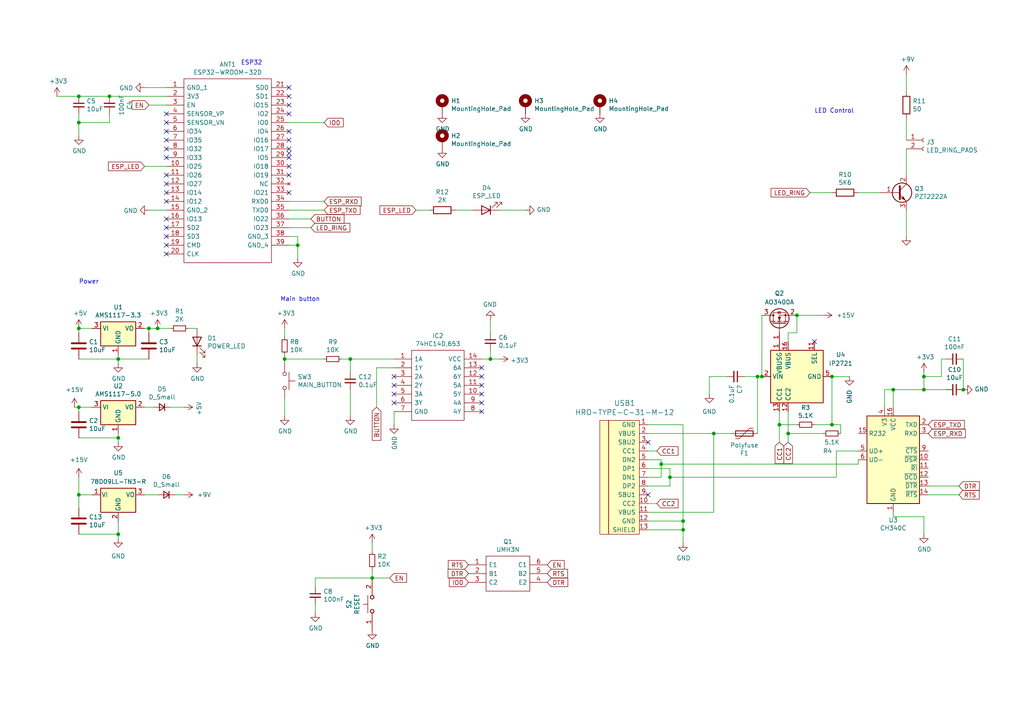
<source format=kicad_sch>
(kicad_sch (version 20230121) (generator eeschema)
  (paper "A4")
  (title_block (title "Jubilee Line Button") (rev "r4.2"))
  (lib_symbols
    (symbol "Device:C" (pin_numbers hide) (pin_names (offset 0.254))
      (property "Reference" "C" (at 0.635 2.54 0))
      (property "Value" "C" (at 0.635 -2.54 0))
      (symbol "C_1_1"
        (pin passive line (at 0 3.81 270) (length 2.794) (name "~") (number "1"))
        (pin passive line (at 0 -3.81 90) (length 2.794) (name "~") (number "2"))
      )
    )
    (symbol "Device:C_Small" (pin_numbers hide) (pin_names (offset 0.254) hide)
      (property "Reference" "C" (at 0.254 1.778 0))
      (property "Value" "C_Small" (at 0.254 -2.032 0))
      (symbol "C_Small_1_1"
        (pin passive line (at 0 2.54 270) (length 2.032) (name "~") (number "1"))
        (pin passive line (at 0 -2.54 90) (length 2.032) (name "~") (number "2"))
      )
    )
    (symbol "Device:D_Small" (pin_numbers hide) (pin_names (offset 0.254) hide)
      (property "Reference" "D" (at -1.27 2.032 0))
      (property "Value" "D_Small" (at -3.81 -2.032 0))
      (symbol "D_Small_1_1"
        (pin passive line (at -2.54 0 0) (length 1.778) (name "K") (number "1"))
        (pin passive line (at 2.54 0 180) (length 1.778) (name "A") (number "2"))
      )
    )
    (symbol "Device:LED" (pin_numbers hide) (pin_names (offset 1.016) hide)
      (property "Reference" "D" (at 0 2.54 0))
      (property "Value" "LED" (at 0 -2.54 0))
      (symbol "LED_1_1"
        (pin passive line (at -3.81 0 0) (length 2.54) (name "K") (number "1"))
        (pin passive line (at 3.81 0 180) (length 2.54) (name "A") (number "2"))
      )
    )
    (symbol "Device:Polyfuse" (pin_numbers hide) (pin_names (offset 0))
      (property "Reference" "F" (at -2.54 0 90))
      (property "Value" "Polyfuse" (at 2.54 0 90))
      (symbol "Polyfuse_1_1"
        (pin passive line (at 0 3.81 270) (length 1.27) (name "~") (number "1"))
        (pin passive line (at 0 -3.81 90) (length 1.27) (name "~") (number "2"))
      )
    )
    (symbol "Device:R" (pin_numbers hide) (pin_names (offset 0))
      (property "Reference" "R" (at 2.032 0 90))
      (property "Value" "R" (at 0 0 90))
      (symbol "R_1_1"
        (pin passive line (at 0 3.81 270) (length 1.27) (name "~") (number "1"))
        (pin passive line (at 0 -3.81 90) (length 1.27) (name "~") (number "2"))
      )
    )
    (symbol "Device:R_Small" (pin_numbers hide) (pin_names (offset 0.254) hide)
      (property "Reference" "R" (at 0.762 0.508 0))
      (property "Value" "R_Small" (at 0.762 -1.016 0))
      (symbol "R_Small_1_1"
        (pin passive line (at 0 2.54 270) (length 0.762) (name "~") (number "1"))
        (pin passive line (at 0 -2.54 90) (length 0.762) (name "~") (number "2"))
      )
    )
    (symbol "Interface_USB:IP2721"
      (property "Reference" "U" (at 5.08 -10.16 0))
      (property "Value" "IP2721" (at 7.62 -12.7 0))
      (symbol "IP2721_1_1"
        (pin output line (at 10.16 5.08 180) (length 2.54) (name "VBUSG") (number "1"))
        (pin no_connect line (at -2.54 -7.62 90) (length 2.54) hide (name "NC") (number "10"))
        (pin input line (at 10.16 -5.08 180) (length 2.54) (name "SEL") (number "11"))
        (pin bidirectional line (at -10.16 2.54 0) (length 2.54) (name "CC2") (number "12"))
        (pin bidirectional line (at -10.16 5.08 0) (length 2.54) (name "CC1") (number "13"))
        (pin no_connect line (at 2.54 -7.62 90) (length 2.54) hide (name "NC") (number "14"))
        (pin no_connect line (at 5.08 -7.62 90) (length 2.54) hide (name "NC") (number "15"))
        (pin input line (at 10.16 2.54 180) (length 2.54) (name "VBUS") (number "16"))
        (pin power_in line (at 0 10.16 270) (length 2.54) (name "VIN") (number "2"))
        (pin no_connect line (at -5.08 7.62 270) (length 2.54) hide (name "NC") (number "3"))
        (pin no_connect line (at -7.62 -2.54 0) (length 2.54) hide (name "NC") (number "4"))
        (pin power_in line (at 0 -10.16 90) (length 2.54) (name "GND") (number "5"))
        (pin no_connect line (at -2.54 7.62 270) (length 2.54) hide (name "NC") (number "6"))
        (pin no_connect line (at 2.54 7.62 270) (length 2.54) hide (name "NC") (number "7"))
        (pin no_connect line (at 5.08 7.62 270) (length 2.54) hide (name "NC") (number "8"))
        (pin no_connect line (at -5.08 -7.62 90) (length 2.54) hide (name "NC") (number "9"))
      )
    )
    (symbol "Mechanical:MountingHole_Pad" (pin_numbers hide) (pin_names (offset 1.016) hide)
      (property "Reference" "H" (at 0 6.35 0))
      (property "Value" "MountingHole_Pad" (at 0 4.445 0))
      (symbol "MountingHole_Pad_1_1"
        (pin input line (at 0 -2.54 90) (length 2.54) (name "1") (number "1"))
      )
    )
    (symbol "Regulator_Linear:AMS1117-3.3"
      (property "Reference" "U" (at -3.81 3.175 0))
      (property "Value" "AMS1117-3.3" (at 0 3.175 0))
      (symbol "AMS1117-3.3_1_1"
        (pin power_in line (at 0 -7.62 90) (length 2.54) (name "GND") (number "1"))
        (pin power_out line (at 7.62 0 180) (length 2.54) (name "VO") (number "2"))
        (pin power_in line (at -7.62 0 0) (length 2.54) (name "VI") (number "3"))
      )
    )
    (symbol "Regulator_Linear:AMS1117-5.0"
      (property "Reference" "U" (at -3.81 3.175 0))
      (property "Value" "AMS1117-5.0" (at 0 3.175 0))
      (symbol "AMS1117-5.0_1_1"
        (pin power_in line (at 0 -7.62 90) (length 2.54) (name "GND") (number "1"))
        (pin power_out line (at 7.62 0 180) (length 2.54) (name "VO") (number "2"))
        (pin power_in line (at -7.62 0 0) (length 2.54) (name "VI") (number "3"))
      )
    )
    (symbol "Regulator_Linear:LF90_TO252" (pin_names (offset 0.254))
      (property "Reference" "U" (at -3.81 3.175 0))
      (property "Value" "LF90_TO252" (at 0 3.175 0))
      (symbol "LF90_TO252_1_1"
        (pin power_in line (at -7.62 0 0) (length 2.54) (name "VI") (number "1"))
        (pin power_in line (at 0 -7.62 90) (length 2.54) (name "GND") (number "2"))
        (pin power_out line (at 7.62 0 180) (length 2.54) (name "VO") (number "3"))
      )
    )
    (symbol "Switch:SW_Push" (pin_numbers hide) (pin_names (offset 1.016) hide)
      (property "Reference" "SW" (at 1.27 2.54 0))
      (property "Value" "SW_Push" (at 0 -1.524 0))
      (symbol "SW_Push_0_1"
        (pin passive line (at -5.08 0 0) (length 2.54) (name "1") (number "1"))
        (pin passive line (at 5.08 0 180) (length 2.54) (name "2") (number "2"))
      )
    )
    (symbol "Transistor_BJT:PZT2222A" (pin_names (offset 0) hide)
      (property "Reference" "Q" (at 5.08 1.905 0))
      (property "Value" "PZT2222A" (at 5.08 0 0))
      (symbol "PZT2222A_1_1"
        (pin input line (at -5.08 0 0) (length 5.08) (name "B") (number "1"))
        (pin passive line (at 2.54 5.08 270) (length 2.54) (name "C") (number "2"))
        (pin passive line (at 2.54 -5.08 90) (length 2.54) (name "E") (number "3"))
      )
    )
    (symbol "Transistor_FET:AO3400A" (pin_names hide)
      (property "Reference" "Q" (at 5.08 1.905 0))
      (property "Value" "AO3400A" (at 5.08 0 0))
      (symbol "AO3400A_1_1"
        (pin input line (at -5.08 0 0) (length 2.54) (name "G") (number "1"))
        (pin passive line (at 2.54 -5.08 90) (length 2.54) (name "S") (number "2"))
        (pin passive line (at 2.54 5.08 270) (length 2.54) (name "D") (number "3"))
      )
    )
    (symbol "jubileev2-rescue:+3.3V-power" (power) (pin_names (offset 0))
      (property "Value" "+3.3V-power" (at 0 3.556 0))
      (symbol "+3.3V-power_1_1"
        (pin power_in line (at 0 0 90) (length 0) hide (name "+3V3") (number "1"))
      )
    )
    (symbol "jubileev2-rescue:74HC14D,653-SamacSys_Parts" (pin_names (offset 0.762))
      (property "Reference" "IC" (at 21.59 7.62 0))
      (property "Value" "SamacSys_Parts_74HC14D,653" (at 21.59 5.08 0))
      (symbol "74HC14D,653-SamacSys_Parts_0_0"
        (pin passive line (at 0 0 0) (length 5.08) (name "1A") (number "1"))
        (pin passive line (at 25.4 -10.16 180) (length 5.08) (name "5Y") (number "10"))
        (pin passive line (at 25.4 -7.62 180) (length 5.08) (name "5A") (number "11"))
        (pin passive line (at 25.4 -5.08 180) (length 5.08) (name "6Y") (number "12"))
        (pin passive line (at 25.4 -2.54 180) (length 5.08) (name "6A") (number "13"))
        (pin passive line (at 25.4 0 180) (length 5.08) (name "VCC") (number "14"))
        (pin passive line (at 0 -2.54 0) (length 5.08) (name "1Y") (number "2"))
        (pin passive line (at 0 -5.08 0) (length 5.08) (name "2A") (number "3"))
        (pin passive line (at 0 -7.62 0) (length 5.08) (name "2Y") (number "4"))
        (pin passive line (at 0 -10.16 0) (length 5.08) (name "3A") (number "5"))
        (pin passive line (at 0 -12.7 0) (length 5.08) (name "3Y") (number "6"))
        (pin passive line (at 0 -15.24 0) (length 5.08) (name "GND") (number "7"))
        (pin passive line (at 25.4 -15.24 180) (length 5.08) (name "4Y") (number "8"))
        (pin passive line (at 25.4 -12.7 180) (length 5.08) (name "4A") (number "9"))
      )
    )
    (symbol "jubileev2-rescue:CH340C-Interface_USB"
      (property "Reference" "U" (at -5.08 13.97 0))
      (property "Value" "Interface_USB_CH340C" (at 1.27 13.97 0))
      (symbol "CH340C-Interface_USB_1_1"
        (pin power_in line (at 0 -15.24 90) (length 2.54) (name "GND") (number "1"))
        (pin input line (at 10.16 0 180) (length 2.54) (name "~{DSR}") (number "10"))
        (pin input line (at 10.16 -2.54 180) (length 2.54) (name "~{RI}") (number "11"))
        (pin input line (at 10.16 -5.08 180) (length 2.54) (name "~{DCD}") (number "12"))
        (pin output line (at 10.16 -7.62 180) (length 2.54) (name "~{DTR}") (number "13"))
        (pin output line (at 10.16 -10.16 180) (length 2.54) (name "~{RTS}") (number "14"))
        (pin input line (at -10.16 7.62 0) (length 2.54) (name "R232") (number "15"))
        (pin power_in line (at 0 15.24 270) (length 2.54) (name "VCC") (number "16"))
        (pin output line (at 10.16 10.16 180) (length 2.54) (name "TXD") (number "2"))
        (pin input line (at 10.16 7.62 180) (length 2.54) (name "RXD") (number "3"))
        (pin passive line (at -2.54 15.24 270) (length 2.54) (name "V3") (number "4"))
        (pin bidirectional line (at -10.16 2.54 0) (length 2.54) (name "UD+") (number "5"))
        (pin bidirectional line (at -10.16 0 0) (length 2.54) (name "UD-") (number "6"))
        (pin no_connect line (at -7.62 -7.62 0) (length 2.54) hide (name "NC") (number "7"))
        (pin no_connect line (at -7.62 -10.16 0) (length 2.54) hide (name "NC") (number "8"))
        (pin input line (at 10.16 2.54 180) (length 2.54) (name "~{CTS}") (number "9"))
      )
    )
    (symbol "jubileev2-rescue:Conn_01x02_Female-Connector" (pin_names (offset 1.016) hide)
      (property "Reference" "J" (at 0 2.54 0))
      (property "Value" "Connector_Conn_01x02_Female" (at 0 -5.08 0))
      (symbol "Conn_01x02_Female-Connector_1_1"
        (pin passive line (at -5.08 0 0) (length 3.81) (name "Pin_1") (number "1"))
        (pin passive line (at -5.08 -2.54 0) (length 3.81) (name "Pin_2") (number "2"))
      )
    )
    (symbol "jubileev2-rescue:ESP32-WROOM-32D-SamacSys_Parts" (pin_names (offset 0.762))
      (property "Reference" "ANT" (at 31.75 7.62 0))
      (property "Value" "SamacSys_Parts_ESP32-WROOM-32D" (at 31.75 5.08 0))
      (symbol "ESP32-WROOM-32D-SamacSys_Parts_0_0"
        (pin passive line (at 0 0 0) (length 5.08) (name "GND_1") (number "1"))
        (pin passive line (at 0 -22.86 0) (length 5.08) (name "IO25") (number "10"))
        (pin passive line (at 0 -25.4 0) (length 5.08) (name "IO26") (number "11"))
        (pin passive line (at 0 -27.94 0) (length 5.08) (name "IO27") (number "12"))
        (pin passive line (at 0 -30.48 0) (length 5.08) (name "IO14") (number "13"))
        (pin passive line (at 0 -33.02 0) (length 5.08) (name "IO12") (number "14"))
        (pin passive line (at 0 -35.56 0) (length 5.08) (name "GND_2") (number "15"))
        (pin passive line (at 0 -38.1 0) (length 5.08) (name "IO13") (number "16"))
        (pin passive line (at 0 -40.64 0) (length 5.08) (name "SD2") (number "17"))
        (pin passive line (at 0 -43.18 0) (length 5.08) (name "SD3") (number "18"))
        (pin passive line (at 0 -45.72 0) (length 5.08) (name "CMD") (number "19"))
        (pin passive line (at 0 -2.54 0) (length 5.08) (name "3V3") (number "2"))
        (pin passive line (at 0 -48.26 0) (length 5.08) (name "CLK") (number "20"))
        (pin passive line (at 35.56 0 180) (length 5.08) (name "SD0") (number "21"))
        (pin passive line (at 35.56 -2.54 180) (length 5.08) (name "SD1") (number "22"))
        (pin passive line (at 35.56 -5.08 180) (length 5.08) (name "IO15") (number "23"))
        (pin passive line (at 35.56 -7.62 180) (length 5.08) (name "IO2") (number "24"))
        (pin passive line (at 35.56 -10.16 180) (length 5.08) (name "IO0") (number "25"))
        (pin passive line (at 35.56 -12.7 180) (length 5.08) (name "IO4") (number "26"))
        (pin passive line (at 35.56 -15.24 180) (length 5.08) (name "IO16") (number "27"))
        (pin passive line (at 35.56 -17.78 180) (length 5.08) (name "IO17") (number "28"))
        (pin passive line (at 35.56 -20.32 180) (length 5.08) (name "IO5") (number "29"))
        (pin passive line (at 0 -5.08 0) (length 5.08) (name "EN") (number "3"))
        (pin passive line (at 35.56 -22.86 180) (length 5.08) (name "IO18") (number "30"))
        (pin passive line (at 35.56 -25.4 180) (length 5.08) (name "IO19") (number "31"))
        (pin no_connect line (at 35.56 -27.94 180) (length 5.08) (name "NC") (number "32"))
        (pin passive line (at 35.56 -30.48 180) (length 5.08) (name "IO21") (number "33"))
        (pin passive line (at 35.56 -33.02 180) (length 5.08) (name "RXD0") (number "34"))
        (pin passive line (at 35.56 -35.56 180) (length 5.08) (name "TXD0") (number "35"))
        (pin passive line (at 35.56 -38.1 180) (length 5.08) (name "IO22") (number "36"))
        (pin passive line (at 35.56 -40.64 180) (length 5.08) (name "IO23") (number "37"))
        (pin passive line (at 35.56 -43.18 180) (length 5.08) (name "GND_3") (number "38"))
        (pin passive line (at 35.56 -45.72 180) (length 5.08) (name "GND_4") (number "39"))
        (pin passive line (at 0 -7.62 0) (length 5.08) (name "SENSOR_VP") (number "4"))
        (pin passive line (at 0 -10.16 0) (length 5.08) (name "SENSOR_VN") (number "5"))
        (pin passive line (at 0 -12.7 0) (length 5.08) (name "IO34") (number "6"))
        (pin passive line (at 0 -15.24 0) (length 5.08) (name "IO35") (number "7"))
        (pin passive line (at 0 -17.78 0) (length 5.08) (name "IO32") (number "8"))
        (pin passive line (at 0 -20.32 0) (length 5.08) (name "IO33") (number "9"))
      )
    )
    (symbol "jubileev2-rescue:FSM2JRT-SamacSys_Parts" (pin_names (offset 0.762))
      (property "Reference" "S" (at 11.43 3.81 0))
      (property "Value" "SamacSys_Parts_FSM2JRT" (at 7.62 -2.54 0))
      (symbol "FSM2JRT-SamacSys_Parts_0_0"
        (pin passive line (at 0 0 0) (length 5.08) (name "~") (number "1"))
        (pin passive line (at 15.24 0 180) (length 5.08) (name "~") (number "2"))
      )
    )
    (symbol "jubileev2-rescue:HRO-TYPE-C-31-M-12-Type-C" (pin_names (offset 1.016))
      (property "Reference" "USB" (at -5.08 16.51 0))
      (property "Value" "Type-C_HRO-TYPE-C-31-M-12" (at -10.16 -1.27 90))
      (symbol "HRO-TYPE-C-31-M-12-Type-C_1_1"
        (pin input line (at 2.54 13.97 180) (length 2.54) (name "GND") (number "1"))
        (pin input line (at 2.54 -8.89 180) (length 2.54) (name "CC2") (number "10"))
        (pin input line (at 2.54 -11.43 180) (length 2.54) (name "VBUS") (number "11"))
        (pin input line (at 2.54 -13.97 180) (length 2.54) (name "GND") (number "12"))
        (pin input line (at 2.54 -16.51 180) (length 2.54) (name "SHIELD") (number "13"))
        (pin input line (at 2.54 11.43 180) (length 2.54) (name "VBUS") (number "2"))
        (pin input line (at 2.54 8.89 180) (length 2.54) (name "SBU2") (number "3"))
        (pin input line (at 2.54 6.35 180) (length 2.54) (name "CC1") (number "4"))
        (pin input line (at 2.54 3.81 180) (length 2.54) (name "DN2") (number "5"))
        (pin input line (at 2.54 1.27 180) (length 2.54) (name "DP1") (number "6"))
        (pin input line (at 2.54 -1.27 180) (length 2.54) (name "DN1") (number "7"))
        (pin input line (at 2.54 -3.81 180) (length 2.54) (name "DP2") (number "8"))
        (pin input line (at 2.54 -6.35 180) (length 2.54) (name "SBU1") (number "9"))
      )
    )
    (symbol "jubileev2-rescue:UMH3N-SamacSys_Parts" (pin_names (offset 0.762))
      (property "Reference" "Q" (at 19.05 7.62 0))
      (property "Value" "SamacSys_Parts_UMH3N" (at 19.05 5.08 0))
      (symbol "UMH3N-SamacSys_Parts_0_0"
        (pin passive line (at 0 0 0) (length 5.08) (name "E1") (number "1"))
        (pin passive line (at 0 -2.54 0) (length 5.08) (name "B1") (number "2"))
        (pin passive line (at 0 -5.08 0) (length 5.08) (name "C2") (number "3"))
        (pin passive line (at 22.86 -5.08 180) (length 5.08) (name "E2") (number "4"))
        (pin passive line (at 22.86 -2.54 180) (length 5.08) (name "B2") (number "5"))
        (pin passive line (at 22.86 0 180) (length 5.08) (name "C1") (number "6"))
      )
    )
    (symbol "power:+15V" (power) (pin_names (offset 0))
      (property "Value" "+15V" (at 0 3.556 0))
      (symbol "+15V_1_1"
        (pin power_in line (at 0 0 90) (length 0) hide (name "+15V") (number "1"))
      )
    )
    (symbol "power:+3V3" (power) (pin_names (offset 0))
      (property "Value" "+3V3" (at 0 3.556 0))
      (symbol "+3V3_1_1"
        (pin power_in line (at 0 0 90) (length 0) hide (name "+3V3") (number "1"))
      )
    )
    (symbol "power:+5V" (power) (pin_names (offset 0))
      (property "Value" "+5V" (at 0 3.556 0))
      (symbol "+5V_1_1"
        (pin power_in line (at 0 0 90) (length 0) hide (name "+5V") (number "1"))
      )
    )
    (symbol "power:+9V" (power) (pin_names (offset 0))
      (property "Value" "+9V" (at 0 3.556 0))
      (symbol "+9V_1_1"
        (pin power_in line (at 0 0 90) (length 0) hide (name "+9V") (number "1"))
      )
    )
    (symbol "power:GND" (power) (pin_names (offset 0))
      (property "Value" "GND" (at 0 -3.81 0))
      (symbol "GND_1_1"
        (pin power_in line (at 0 0 270) (length 0) hide (name "GND") (number "1"))
      )
    )
  )
  (junction (at 22.86 95.25))
  (junction (at 34.29 104.14))
  (junction (at 43.18 95.25))
  (junction (at 22.86 143.51))
  (junction (at 142.24 104.14))
  (junction (at 107.95 167.64))
  (junction (at 220.98 109.22))
  (junction (at 267.97 113.03))
  (junction (at 194.31 138.43))
  (junction (at 34.29 127))
  (junction (at 22.86 27.94))
  (junction (at 279.4 113.03))
  (junction (at 241.3 123.19))
  (junction (at 241.3 109.22))
  (junction (at 198.12 151.13))
  (junction (at 191.77 134.62))
  (junction (at 207.01 125.73))
  (junction (at 22.86 118.11))
  (junction (at 198.12 153.67))
  (junction (at 101.6 104.14))
  (junction (at 226.06 123.19))
  (junction (at 267.97 109.22))
  (junction (at 82.55 104.14))
  (junction (at 34.29 154.94))
  (junction (at 31.75 27.94))
  (junction (at 228.6 125.73))
  (junction (at 45.72 95.25))
  (junction (at 219.71 109.22))
  (junction (at 22.86 35.56))
  (junction (at 86.36 71.12))
  (junction (at 231.14 91.44))
  (junction (at 259.08 113.03))
  (no_connect (at 114.3 109.22))
  (no_connect (at 83.82 38.1))
  (no_connect (at 83.82 45.72))
  (no_connect (at 114.3 111.76))
  (no_connect (at 187.96 143.51))
  (no_connect (at 139.7 109.22))
  (no_connect (at 83.82 33.02))
  (no_connect (at 139.7 114.3))
  (no_connect (at 83.82 55.88))
  (no_connect (at 48.26 53.34))
  (no_connect (at 48.26 66.04))
  (no_connect (at 48.26 40.64))
  (no_connect (at 48.26 33.02))
  (no_connect (at 114.3 114.3))
  (no_connect (at 83.82 27.94))
  (no_connect (at 187.96 128.27))
  (no_connect (at 139.7 111.76))
  (no_connect (at 48.26 63.5))
  (no_connect (at 48.26 71.12))
  (no_connect (at 48.26 58.42))
  (no_connect (at 48.26 73.66))
  (no_connect (at 83.82 44.45))
  (no_connect (at 83.82 48.26))
  (no_connect (at 236.22 99.06))
  (no_connect (at 139.7 119.38))
  (no_connect (at 83.82 50.8))
  (no_connect (at 114.3 116.84))
  (no_connect (at 83.82 40.64))
  (no_connect (at 48.26 38.1))
  (no_connect (at 139.7 116.84))
  (no_connect (at 48.26 50.8))
  (no_connect (at 83.82 25.4))
  (no_connect (at 48.26 43.18))
  (no_connect (at 48.26 45.72))
  (no_connect (at 83.82 30.48))
  (no_connect (at 48.26 35.56))
  (no_connect (at 139.7 106.68))
  (no_connect (at 48.26 68.58))
  (no_connect (at 48.26 55.88))
  (no_connect (at 83.82 43.18))
  (wire (pts (xy 82.55 102.87) (xy 82.55 104.14)))
  (wire (pts (xy 267.97 149.86) (xy 267.97 154.94)))
  (wire (pts (xy 262.89 43.18) (xy 262.89 50.8)))
  (wire (pts (xy 31.75 27.94) (xy 48.26 27.94)))
  (wire (pts (xy 109.22 106.68) (xy 109.22 118.11)))
  (wire (pts (xy 22.86 147.32) (xy 22.86 143.51)))
  (wire (pts (xy 194.31 135.89) (xy 194.31 138.43)))
  (wire (pts (xy 228.6 125.73) (xy 228.6 119.38)))
  (wire (pts (xy 142.24 104.14) (xy 144.78 104.14)))
  (wire (pts (xy 34.29 102.87) (xy 34.29 104.14)))
  (wire (pts (xy 226.06 123.19) (xy 231.14 123.19)))
  (wire (pts (xy 259.08 149.86) (xy 267.97 149.86)))
  (wire (pts (xy 269.24 143.51) (xy 278.13 143.51)))
  (wire (pts (xy 269.24 140.97) (xy 278.13 140.97)))
  (wire (pts (xy 191.77 133.35) (xy 191.77 134.62)))
  (wire (pts (xy 34.29 151.13) (xy 34.29 154.94)))
  (wire (pts (xy 256.54 113.03) (xy 259.08 113.03)))
  (wire (pts (xy 273.05 109.22) (xy 273.05 104.14)))
  (wire (pts (xy 279.4 104.14) (xy 279.4 113.03)))
  (wire (pts (xy 83.82 66.04) (xy 90.17 66.04)))
  (wire (pts (xy 22.86 119.38) (xy 22.86 118.11)))
  (wire (pts (xy 187.96 125.73) (xy 207.01 125.73)))
  (wire (pts (xy 194.31 140.97) (xy 187.96 140.97)))
  (wire (pts (xy 34.29 154.94) (xy 34.29 156.21)))
  (wire (pts (xy 43.18 104.14) (xy 34.29 104.14)))
  (wire (pts (xy 231.14 91.44) (xy 238.76 91.44)))
  (wire (pts (xy 86.36 68.58) (xy 86.36 71.12)))
  (wire (pts (xy 219.71 125.73) (xy 219.71 109.22)))
  (wire (pts (xy 259.08 113.03) (xy 267.97 113.03)))
  (wire (pts (xy 198.12 151.13) (xy 198.12 153.67)))
  (wire (pts (xy 91.44 175.26) (xy 91.44 177.8)))
  (wire (pts (xy 236.22 123.19) (xy 241.3 123.19)))
  (wire (pts (xy 83.82 58.42) (xy 93.98 58.42)))
  (wire (pts (xy 228.6 125.73) (xy 238.76 125.73)))
  (wire (pts (xy 187.96 148.59) (xy 207.01 148.59)))
  (wire (pts (xy 198.12 123.19) (xy 198.12 151.13)))
  (wire (pts (xy 262.89 60.96) (xy 262.89 68.58)))
  (wire (pts (xy 262.89 40.64) (xy 262.89 34.29)))
  (wire (pts (xy 50.8 143.51) (xy 53.34 143.51)))
  (wire (pts (xy 41.91 25.4) (xy 48.26 25.4)))
  (wire (pts (xy 22.86 27.94) (xy 31.75 27.94)))
  (wire (pts (xy 22.86 138.43) (xy 22.86 143.51)))
  (wire (pts (xy 93.98 104.14) (xy 82.55 104.14)))
  (wire (pts (xy 34.29 125.73) (xy 34.29 127)))
  (wire (pts (xy 22.86 154.94) (xy 34.29 154.94)))
  (wire (pts (xy 187.96 123.19) (xy 198.12 123.19)))
  (wire (pts (xy 243.84 123.19) (xy 241.3 123.19)))
  (wire (pts (xy 187.96 130.81) (xy 190.5 130.81)))
  (wire (pts (xy 114.3 123.19) (xy 114.3 119.38)))
  (wire (pts (xy 198.12 153.67) (xy 198.12 157.48)))
  (wire (pts (xy 91.44 167.64) (xy 107.95 167.64)))
  (wire (pts (xy 194.31 138.43) (xy 242.57 138.43)))
  (wire (pts (xy 207.01 125.73) (xy 207.01 148.59)))
  (wire (pts (xy 22.86 95.25) (xy 26.67 95.25)))
  (wire (pts (xy 256.54 118.11) (xy 256.54 113.03)))
  (wire (pts (xy 83.82 63.5) (xy 90.17 63.5)))
  (wire (pts (xy 267.97 109.22) (xy 273.05 109.22)))
  (wire (pts (xy 187.96 146.05) (xy 190.5 146.05)))
  (wire (pts (xy 215.9 109.22) (xy 219.71 109.22)))
  (wire (pts (xy 194.31 138.43) (xy 194.31 140.97)))
  (wire (pts (xy 187.96 138.43) (xy 191.77 138.43)))
  (wire (pts (xy 43.18 95.25) (xy 45.72 95.25)))
  (wire (pts (xy 191.77 134.62) (xy 248.92 134.62)))
  (wire (pts (xy 228.6 99.06) (xy 228.6 96.52)))
  (wire (pts (xy 207.01 125.73) (xy 212.09 125.73)))
  (wire (pts (xy 82.55 104.14) (xy 82.55 105.41)))
  (wire (pts (xy 226.06 128.27) (xy 226.06 123.19)))
  (wire (pts (xy 220.98 91.44) (xy 220.98 109.22)))
  (wire (pts (xy 241.3 123.19) (xy 241.3 109.22)))
  (wire (pts (xy 231.14 96.52) (xy 231.14 91.44)))
  (wire (pts (xy 21.59 118.11) (xy 22.86 118.11)))
  (wire (pts (xy 191.77 133.35) (xy 187.96 133.35)))
  (wire (pts (xy 187.96 135.89) (xy 194.31 135.89)))
  (wire (pts (xy 82.55 97.79) (xy 82.55 95.25)))
  (wire (pts (xy 22.86 95.25) (xy 22.86 96.52)))
  (wire (pts (xy 22.86 143.51) (xy 26.67 143.51)))
  (wire (pts (xy 187.96 151.13) (xy 198.12 151.13)))
  (wire (pts (xy 49.53 118.11) (xy 53.34 118.11)))
  (wire (pts (xy 142.24 96.52) (xy 142.24 92.71)))
  (wire (pts (xy 31.75 35.56) (xy 22.86 35.56)))
  (wire (pts (xy 187.96 153.67) (xy 198.12 153.67)))
  (wire (pts (xy 43.18 60.96) (xy 48.26 60.96)))
  (wire (pts (xy 45.72 95.25) (xy 49.53 95.25)))
  (wire (pts (xy 144.78 60.96) (xy 152.4 60.96)))
  (wire (pts (xy 43.18 96.52) (xy 43.18 95.25)))
  (wire (pts (xy 248.92 55.88) (xy 255.27 55.88)))
  (wire (pts (xy 259.08 118.11) (xy 259.08 113.03)))
  (wire (pts (xy 22.86 127) (xy 34.29 127)))
  (wire (pts (xy 273.05 104.14) (xy 274.32 104.14)))
  (wire (pts (xy 205.74 114.3) (xy 205.74 109.22)))
  (wire (pts (xy 267.97 113.03) (xy 274.32 113.03)))
  (wire (pts (xy 83.82 35.56) (xy 93.98 35.56)))
  (wire (pts (xy 54.61 95.25) (xy 57.15 95.25)))
  (wire (pts (xy 48.26 48.26) (xy 41.91 48.26)))
  (wire (pts (xy 22.86 33.02) (xy 22.86 35.56)))
  (wire (pts (xy 22.86 35.56) (xy 22.86 39.37)))
  (wire (pts (xy 242.57 138.43) (xy 242.57 130.81)))
  (wire (pts (xy 205.74 109.22) (xy 210.82 109.22)))
  (wire (pts (xy 246.38 109.22) (xy 241.3 109.22)))
  (wire (pts (xy 22.86 118.11) (xy 26.67 118.11)))
  (wire (pts (xy 226.06 123.19) (xy 226.06 119.38)))
  (wire (pts (xy 114.3 106.68) (xy 109.22 106.68)))
  (wire (pts (xy 113.03 167.64) (xy 107.95 167.64)))
  (wire (pts (xy 99.06 104.14) (xy 101.6 104.14)))
  (wire (pts (xy 267.97 113.03) (xy 267.97 109.22)))
  (wire (pts (xy 41.91 95.25) (xy 43.18 95.25)))
  (wire (pts (xy 57.15 102.87) (xy 57.15 105.41)))
  (wire (pts (xy 107.95 165.1) (xy 107.95 167.64)))
  (wire (pts (xy 43.18 30.48) (xy 48.26 30.48)))
  (wire (pts (xy 83.82 68.58) (xy 86.36 68.58)))
  (wire (pts (xy 41.91 143.51) (xy 45.72 143.51)))
  (wire (pts (xy 107.95 160.02) (xy 107.95 157.48)))
  (wire (pts (xy 228.6 96.52) (xy 231.14 96.52)))
  (wire (pts (xy 243.84 125.73) (xy 243.84 123.19)))
  (wire (pts (xy 16.51 27.94) (xy 22.86 27.94)))
  (wire (pts (xy 267.97 109.22) (xy 267.97 107.95)))
  (wire (pts (xy 139.7 104.14) (xy 142.24 104.14)))
  (wire (pts (xy 91.44 170.18) (xy 91.44 167.64)))
  (wire (pts (xy 101.6 104.14) (xy 101.6 107.95)))
  (wire (pts (xy 262.89 21.59) (xy 262.89 26.67)))
  (wire (pts (xy 101.6 104.14) (xy 114.3 104.14)))
  (wire (pts (xy 228.6 128.27) (xy 228.6 125.73)))
  (wire (pts (xy 101.6 113.03) (xy 101.6 120.65)))
  (wire (pts (xy 120.65 60.96) (xy 124.46 60.96)))
  (wire (pts (xy 83.82 60.96) (xy 93.98 60.96)))
  (wire (pts (xy 191.77 134.62) (xy 191.77 138.43)))
  (wire (pts (xy 132.08 60.96) (xy 137.16 60.96)))
  (wire (pts (xy 219.71 109.22) (xy 220.98 109.22)))
  (wire (pts (xy 248.92 134.62) (xy 248.92 133.35)))
  (wire (pts (xy 34.29 104.14) (xy 34.29 105.41)))
  (wire (pts (xy 41.91 118.11) (xy 44.45 118.11)))
  (wire (pts (xy 86.36 71.12) (xy 86.36 74.93)))
  (wire (pts (xy 234.95 55.88) (xy 241.3 55.88)))
  (wire (pts (xy 259.08 148.59) (xy 259.08 149.86)))
  (wire (pts (xy 242.57 130.81) (xy 248.92 130.81)))
  (wire (pts (xy 34.29 127) (xy 34.29 128.27)))
  (wire (pts (xy 22.86 104.14) (xy 34.29 104.14)))
  (wire (pts (xy 82.55 115.57) (xy 82.55 120.65)))
  (wire (pts (xy 31.75 33.02) (xy 31.75 35.56)))
  (wire (pts (xy 83.82 71.12) (xy 86.36 71.12)))
  (wire (pts (xy 142.24 101.6) (xy 142.24 104.14)))
  (text "Main button" (at 81.28 87.63 0) (effects (font (size 1.27 1.27)) (justify left bottom)))
  (text "ESP32" (at 69.85 19.05 0) (effects (font (size 1.27 1.27)) (justify left bottom)))
  (text "Power\n" (at 22.86 82.55 0) (effects (font (size 1.27 1.27)) (justify left bottom)))
  (text "LED Control" (at 236.22 33.02 0) (effects (font (size 1.27 1.27)) (justify left bottom)))
  (global_label "EN" (shape input) (at 113.03 167.64 0) (property "Intersheetrefs" "${INTERSHEET_REFS}" (effects hide)))
  (global_label "DTR" (shape input) (at 278.13 140.97 0) (property "Intersheetrefs" "${INTERSHEET_REFS}" (effects hide)))
  (global_label "EN" (shape input) (at 43.18 30.48 180) (property "Intersheetrefs" "${INTERSHEET_REFS}" (effects hide)))
  (global_label "CC1" (shape input) (at 226.06 128.27 270) (property "Intersheetrefs" "${INTERSHEET_REFS}" (effects hide)))
  (global_label "RTS" (shape input) (at 278.13 143.51 0) (property "Intersheetrefs" "${INTERSHEET_REFS}" (effects hide)))
  (global_label "IO0" (shape input) (at 93.98 35.56 0) (property "Intersheetrefs" "${INTERSHEET_REFS}" (effects hide)))
  (global_label "IO0" (shape input) (at 135.89 168.91 180) (property "Intersheetrefs" "${INTERSHEET_REFS}" (effects hide)))
  (global_label "LED_RING" (shape input) (at 234.95 55.88 180) (property "Intersheetrefs" "${INTERSHEET_REFS}" (effects hide)))
  (global_label "ESP_RXD" (shape input) (at 269.24 125.73 0) (property "Intersheetrefs" "${INTERSHEET_REFS}" (effects hide)))
  (global_label "CC1" (shape input) (at 190.5 130.81 0) (property "Intersheetrefs" "${INTERSHEET_REFS}" (effects hide)))
  (global_label "RTS" (shape input) (at 158.75 166.37 0) (property "Intersheetrefs" "${INTERSHEET_REFS}" (effects hide)))
  (global_label "CC2" (shape input) (at 190.5 146.05 0) (property "Intersheetrefs" "${INTERSHEET_REFS}" (effects hide)))
  (global_label "ESP_RXD" (shape input) (at 93.98 58.42 0) (property "Intersheetrefs" "${INTERSHEET_REFS}" (effects hide)))
  (global_label "RTS" (shape input) (at 135.89 163.83 180) (property "Intersheetrefs" "${INTERSHEET_REFS}" (effects hide)))
  (global_label "ESP_LED" (shape input) (at 120.65 60.96 180) (property "Intersheetrefs" "${INTERSHEET_REFS}" (effects hide)))
  (global_label "ESP_LED" (shape input) (at 41.91 48.26 180) (property "Intersheetrefs" "${INTERSHEET_REFS}" (effects hide)))
  (global_label "BUTTON" (shape input) (at 90.17 63.5 0) (property "Intersheetrefs" "${INTERSHEET_REFS}" (effects hide)))
  (global_label "LED_RING" (shape input) (at 90.17 66.04 0) (property "Intersheetrefs" "${INTERSHEET_REFS}" (effects hide)))
  (global_label "ESP_TXD" (shape input) (at 269.24 123.19 0) (property "Intersheetrefs" "${INTERSHEET_REFS}" (effects hide)))
  (global_label "DTR" (shape input) (at 158.75 168.91 0) (property "Intersheetrefs" "${INTERSHEET_REFS}" (effects hide)))
  (global_label "ESP_TXD" (shape input) (at 93.98 60.96 0) (property "Intersheetrefs" "${INTERSHEET_REFS}" (effects hide)))
  (global_label "DTR" (shape input) (at 135.89 166.37 180) (property "Intersheetrefs" "${INTERSHEET_REFS}" (effects hide)))
  (global_label "CC2" (shape input) (at 228.6 128.27 270) (property "Intersheetrefs" "${INTERSHEET_REFS}" (effects hide)))
  (global_label "BUTTON" (shape input) (at 109.22 118.11 270) (property "Intersheetrefs" "${INTERSHEET_REFS}" (effects hide)))
  (global_label "EN" (shape input) (at 158.75 163.83 0) (property "Intersheetrefs" "${INTERSHEET_REFS}" (effects hide)))
  (symbol (lib_id "Regulator_Linear:AMS1117-3.3") (at 34.29 95.25 0) (unit 1)
    (property "Reference" "U1" (at 34.29 89.1032 0))
    (property "Value" "AMS1117-3.3" (at 34.29 91.4146 0))
    (property "Footprint" "Package_TO_SOT_SMD:SOT-223-3_TabPin2" (effects hide))
    (property "Datasheet" "http://www.advanced-monolithic.com/pdf/ds1117.pdf" (effects hide))
  )
  (symbol (lib_id "Regulator_Linear:AMS1117-5.0") (at 34.29 118.11 0) (unit 1)
    (property "Reference" "U2" (at 34.29 111.9632 0))
    (property "Value" "AMS1117-5.0" (at 34.29 114.2746 0))
    (property "Footprint" "Package_TO_SOT_SMD:SOT-223-3_TabPin2" (effects hide))
    (property "Datasheet" "http://www.advanced-monolithic.com/pdf/ds1117.pdf" (effects hide))
  )
  (symbol (lib_id "power:GND") (at 34.29 105.41 0) (unit 1)
    (property "Reference" "#PWR04" (effects hide))
    (property "Value" "GND" (at 34.417 109.8042 0))
  )
  (symbol (lib_id "power:GND") (at 34.29 128.27 0) (unit 1)
    (property "Reference" "#PWR05" (effects hide))
    (property "Value" "GND" (at 34.417 132.6642 0))
  )
  (symbol (lib_id "power:+3V3") (at 45.72 95.25 0) (unit 1)
    (property "Reference" "#PWR07" (effects hide))
    (property "Value" "+3V3" (at 46.101 90.8558 0))
  )
  (symbol (lib_id "power:+5V") (at 22.86 95.25 0) (unit 1)
    (property "Reference" "#PWR02" (effects hide))
    (property "Value" "+5V" (at 23.241 90.8558 0))
  )
  (symbol (lib_id "Device:C") (at 43.18 100.33 0) (unit 1)
    (property "Reference" "C3" (at 46.101 99.1616 0) (effects (justify left)))
    (property "Value" "10uF" (at 46.101 101.473 0) (effects (justify left)))
    (property "Footprint" "Capacitor_SMD:C_0805_2012Metric" (effects hide))
  )
  (symbol (lib_id "Device:C") (at 22.86 100.33 0) (unit 1)
    (property "Reference" "C1" (at 25.781 99.1616 0) (effects (justify left)))
    (property "Value" "10uF" (at 25.781 101.473 0) (effects (justify left)))
    (property "Footprint" "Capacitor_SMD:C_0805_2012Metric" (effects hide))
  )
  (symbol (lib_id "Device:C") (at 22.86 123.19 0) (unit 1)
    (property "Reference" "C2" (at 25.781 122.0216 0) (effects (justify left)))
    (property "Value" "10uF" (at 25.781 124.333 0) (effects (justify left)))
    (property "Footprint" "Capacitor_SMD:C_0805_2012Metric" (effects hide))
  )
  (symbol (lib_id "Device:Polyfuse") (at 215.9 125.73 90) (unit 1)
    (property "Reference" "F1" (at 215.9 131.445 90))
    (property "Value" "Polyfuse" (at 215.9 129.1336 90))
    (property "Footprint" "Fuse:Fuse_1206_3216Metric" (effects hide))
  )
  (symbol (lib_id "Device:LED") (at 140.97 60.96 180) (unit 1)
    (property "Reference" "D4" (at 141.1478 54.483 0))
    (property "Value" "ESP_LED" (at 141.1478 56.7944 0))
    (property "Footprint" "LED_SMD:LED_0805_2012Metric" (effects hide))
  )
  (symbol (lib_id "Device:R") (at 128.27 60.96 270) (unit 1)
    (property "Reference" "R12" (at 128.27 55.7022 90))
    (property "Value" "2K" (at 128.27 58.0136 90))
    (property "Footprint" "Resistor_SMD:R_0805_2012Metric" (effects hide))
  )
  (symbol (lib_id "power:GND") (at 152.4 60.96 90) (unit 1)
    (property "Reference" "#PWR030" (effects hide))
    (property "Value" "GND" (at 155.6512 60.833 90) (effects (justify right)))
  )
  (symbol (lib_id "Mechanical:MountingHole_Pad") (at 128.27 30.48 0) (unit 1)
    (property "Reference" "H1" (at 130.81 29.2354 0) (effects (justify left)))
    (property "Value" "MountingHole_Pad" (at 130.81 31.5468 0) (effects (justify left)))
    (property "Footprint" "MountingHole:MountingHole_3.5mm_Pad_TopBottom" (effects hide))
  )
  (symbol (lib_id "Mechanical:MountingHole_Pad") (at 152.4 30.48 0) (unit 1)
    (property "Reference" "H3" (at 154.94 29.2354 0) (effects (justify left)))
    (property "Value" "MountingHole_Pad" (at 154.94 31.5468 0) (effects (justify left)))
    (property "Footprint" "MountingHole:MountingHole_3.5mm_Pad_TopBottom" (effects hide))
  )
  (symbol (lib_id "Mechanical:MountingHole_Pad") (at 173.99 30.48 0) (unit 1)
    (property "Reference" "H4" (at 176.53 29.2354 0) (effects (justify left)))
    (property "Value" "MountingHole_Pad" (at 176.53 31.5468 0) (effects (justify left)))
    (property "Footprint" "MountingHole:MountingHole_3.5mm_Pad_TopBottom" (effects hide))
  )
  (symbol (lib_id "Mechanical:MountingHole_Pad") (at 128.27 40.64 0) (unit 1)
    (property "Reference" "H2" (at 130.81 39.3954 0) (effects (justify left)))
    (property "Value" "MountingHole_Pad" (at 130.81 41.7068 0) (effects (justify left)))
    (property "Footprint" "MountingHole:MountingHole_3.5mm_Pad_TopBottom" (effects hide))
  )
  (symbol (lib_id "power:GND") (at 128.27 33.02 0) (unit 1)
    (property "Reference" "#PWR0102" (effects hide))
    (property "Value" "GND" (at 128.397 37.4142 0))
  )
  (symbol (lib_id "power:GND") (at 152.4 33.02 0) (unit 1)
    (property "Reference" "#PWR0103" (effects hide))
    (property "Value" "GND" (at 152.527 37.4142 0))
  )
  (symbol (lib_id "power:GND") (at 173.99 33.02 0) (unit 1)
    (property "Reference" "#PWR0104" (effects hide))
    (property "Value" "GND" (at 174.117 37.4142 0))
  )
  (symbol (lib_id "power:GND") (at 128.27 43.18 0) (unit 1)
    (property "Reference" "#PWR0105" (effects hide))
    (property "Value" "GND" (at 128.397 47.5742 0))
  )
  (symbol (lib_id "power:+3V3") (at 16.51 27.94 0) (unit 1)
    (property "Reference" "#PWR013" (effects hide))
    (property "Value" "+3V3" (at 16.891 23.5458 0))
  )
  (symbol (lib_id "Device:C_Small") (at 22.86 30.48 0) (unit 1)
    (property "Reference" "C5" (at 25.0952 29.3116 0) (effects (justify left)))
    (property "Value" "10uF" (at 25.0952 31.623 0) (effects (justify left)))
    (property "Footprint" "Capacitor_SMD:C_0805_2012Metric" (effects hide))
  )
  (symbol (lib_id "power:GND") (at 22.86 39.37 0) (unit 1)
    (property "Reference" "#PWR014" (effects hide))
    (property "Value" "GND" (at 22.987 43.7642 0))
  )
  (symbol (lib_id "power:+5V") (at 53.34 118.11 270) (unit 1)
    (property "Reference" "#PWR0101" (effects hide))
    (property "Value" "+5V" (at 57.7342 118.491 0))
  )
  (symbol (lib_id "Device:LED") (at 57.15 99.06 90) (unit 1)
    (property "Reference" "D1" (at 60.1472 98.0694 90) (effects (justify right)))
    (property "Value" "POWER_LED" (at 60.1472 100.3808 90) (effects (justify right)))
    (property "Footprint" "LED_SMD:LED_0805_2012Metric" (effects hide))
  )
  (symbol (lib_id "Device:R_Small") (at 52.07 95.25 270) (unit 1)
    (property "Reference" "R1" (at 52.07 90.2716 90))
    (property "Value" "2K" (at 52.07 92.583 90))
    (property "Footprint" "Resistor_SMD:R_0805_2012Metric" (effects hide))
  )
  (symbol (lib_id "power:GND") (at 57.15 105.41 0) (unit 1)
    (property "Reference" "#PWR09" (effects hide))
    (property "Value" "GND" (at 57.277 109.8042 0))
  )
  (symbol (lib_id "power:GND") (at 86.36 74.93 0) (unit 1)
    (property "Reference" "#PWR023" (effects hide))
    (property "Value" "GND" (at 86.487 79.3242 0))
  )
  (symbol (lib_id "Switch:SW_Push") (at 82.55 110.49 270) (unit 1)
    (property "Reference" "SW3" (at 86.3092 109.3216 90) (effects (justify left)))
    (property "Value" "MAIN_BUTTON" (at 86.3092 111.633 90) (effects (justify left)))
    (property "Footprint" "Connector_Wire:SolderWire-0.5sqmm_1x02_P4.6mm_D0.9mm_OD2.1mm" (effects hide))
  )
  (symbol (lib_id "power:GND") (at 82.55 120.65 0) (unit 1)
    (property "Reference" "#PWR025" (effects hide))
    (property "Value" "GND" (at 82.677 125.0442 0))
  )
  (symbol (lib_id "power:+3V3") (at 82.55 95.25 0) (unit 1)
    (property "Reference" "#PWR024" (effects hide))
    (property "Value" "+3V3" (at 82.931 90.8558 0))
  )
  (symbol (lib_id "power:GND") (at 101.6 120.65 0) (unit 1)
    (property "Reference" "#PWR026" (effects hide))
    (property "Value" "GND" (at 101.727 125.0442 0))
  )
  (symbol (lib_id "Device:C_Small") (at 101.6 110.49 0) (unit 1)
    (property "Reference" "C12" (at 103.9368 109.3216 0) (effects (justify left)))
    (property "Value" "0.1uF" (at 103.9368 111.633 0) (effects (justify left)))
    (property "Footprint" "Capacitor_SMD:C_0805_2012Metric" (effects hide))
  )
  (symbol (lib_id "Device:R_Small") (at 82.55 100.33 0) (unit 1)
    (property "Reference" "R8" (at 84.0486 99.1616 0) (effects (justify left)))
    (property "Value" "10K" (at 84.0486 101.473 0) (effects (justify left)))
    (property "Footprint" "Resistor_SMD:R_0805_2012Metric" (effects hide))
  )
  (symbol (lib_id "Device:R_Small") (at 96.52 104.14 270) (unit 1)
    (property "Reference" "R9" (at 96.52 99.1616 90))
    (property "Value" "10K" (at 96.52 101.473 90))
    (property "Footprint" "Resistor_SMD:R_0805_2012Metric" (effects hide))
  )
  (symbol (lib_id "Transistor_BJT:PZT2222A") (at 260.35 55.88 0) (unit 1)
    (property "Reference" "Q3" (at 265.2014 54.7116 0) (effects (justify left)))
    (property "Value" "PZT2222A" (at 265.2014 57.023 0) (effects (justify left)))
    (property "Footprint" "Package_TO_SOT_SMD:SOT-223-3_TabPin2" (effects hide))
    (property "Datasheet" "https://www.onsemi.com/pub/Collateral/PN2222-D.PDF" (effects hide))
  )
  (symbol (lib_id "jubileev2-rescue:Conn_01x02_Female-Connector") (at 267.97 40.64 0) (unit 1)
    (property "Reference" "J3" (at 268.6812 41.2496 0) (effects (justify left)))
    (property "Value" "LED_RING_PADS" (at 268.6812 43.561 0) (effects (justify left)))
    (property "Footprint" "Connector_Wire:SolderWire-0.5sqmm_1x02_P4.6mm_D0.9mm_OD2.1mm" (effects hide))
  )
  (symbol (lib_id "Device:R") (at 262.89 30.48 0) (unit 1)
    (property "Reference" "R11" (at 264.668 29.3116 0) (effects (justify left)))
    (property "Value" "50" (at 264.668 31.623 0) (effects (justify left)))
    (property "Footprint" "Resistor_SMD:R_0805_2012Metric" (effects hide))
  )
  (symbol (lib_id "power:+9V") (at 262.89 21.59 0) (unit 1)
    (property "Reference" "#PWR027" (effects hide))
    (property "Value" "+9V" (at 263.271 17.1958 0))
  )
  (symbol (lib_id "Device:R") (at 245.11 55.88 270) (unit 1)
    (property "Reference" "R10" (at 245.11 50.6222 90))
    (property "Value" "5K6" (at 245.11 52.9336 90))
    (property "Footprint" "Resistor_SMD:R_0805_2012Metric" (effects hide))
  )
  (symbol (lib_id "power:GND") (at 262.89 68.58 0) (unit 1)
    (property "Reference" "#PWR028" (effects hide))
    (property "Value" "GND" (effects hide))
  )
  (symbol (lib_id "power:GND") (at 114.3 123.19 0) (unit 1)
    (property "Reference" "#PWR0106" (effects hide))
    (property "Value" "GND" (at 114.427 126.4412 90) (effects (justify right)))
  )
  (symbol (lib_id "power:+3V3") (at 144.78 104.14 270) (unit 1)
    (property "Reference" "#PWR0107" (effects hide))
    (property "Value" "+3V3" (at 148.0312 104.521 90) (effects (justify left)))
  )
  (symbol (lib_id "Device:D_Small") (at 46.99 118.11 180) (unit 1)
    (property "Reference" "D5" (at 46.99 112.8522 0))
    (property "Value" "D_Small" (at 46.99 115.1636 0))
    (property "Footprint" "Diode_SMD:D_SOD-123" (effects hide))
  )
  (symbol (lib_id "power:GND") (at 91.44 177.8 0) (unit 1)
    (property "Reference" "#PWR0109" (effects hide))
    (property "Value" "GND" (at 91.567 182.1942 0))
  )
  (symbol (lib_id "jubileev2-rescue:+3.3V-power") (at 107.95 157.48 0) (unit 1)
    (property "Reference" "#PWR0110" (effects hide))
    (property "Value" "+3.3V" (at 108.331 153.0858 0))
  )
  (symbol (lib_id "Device:C_Small") (at 91.44 172.72 0) (unit 1)
    (property "Reference" "C8" (at 93.7768 171.5516 0) (effects (justify left)))
    (property "Value" "100nF" (at 93.7768 173.863 0) (effects (justify left)))
    (property "Footprint" "Capacitor_SMD:C_0805_2012Metric" (effects hide))
  )
  (symbol (lib_id "Device:R_Small") (at 107.95 162.56 0) (unit 1)
    (property "Reference" "R2" (at 109.4486 161.3916 0) (effects (justify left)))
    (property "Value" "10K" (at 109.4486 163.703 0) (effects (justify left)))
    (property "Footprint" "Resistor_SMD:R_0805_2012Metric" (effects hide))
  )
  (symbol (lib_id "power:GND") (at 107.95 182.88 0) (unit 1)
    (property "Reference" "#PWR0108" (effects hide))
    (property "Value" "GND" (at 108.077 187.2742 0))
  )
  (symbol (lib_id "Device:C_Small") (at 142.24 99.06 0) (unit 1)
    (property "Reference" "C6" (at 144.5768 97.8916 0) (effects (justify left)))
    (property "Value" "0.1uF" (at 144.5768 100.203 0) (effects (justify left)))
    (property "Footprint" "Capacitor_SMD:C_0805_2012Metric" (effects hide))
  )
  (symbol (lib_id "power:GND") (at 142.24 92.71 180) (unit 1)
    (property "Reference" "#PWR08" (effects hide))
    (property "Value" "GND" (at 142.113 88.3158 0))
  )
  (symbol (lib_id "jubileev2-rescue:ESP32-WROOM-32D-SamacSys_Parts") (at 48.26 25.4 0) (unit 1)
    (property "Reference" "ANT1" (at 66.04 18.669 0))
    (property "Value" "ESP32-WROOM-32D" (at 66.04 20.9804 0))
    (property "Footprint" "SamacSys_Parts:ESP32WROOM32D" (effects hide))
    (property "Datasheet" "https://www.mouser.com/datasheet/2/891/esp32-wroom-32d_esp32-wroom-32u_datasheet_en-1365844.pdf" (effects hide))
    (property "Description" "WiFi Modules (802.11) SMD Module, ESP32-D0WD, 32Mbits SPI flash, UART mode, PCB antenna" (effects hide))
    (property "Height" "3.1" (effects hide))
    (property "Manufacturer_Name" "Espressif Systems" (effects hide))
    (property "Manufacturer_Part_Number" "ESP32-WROOM-32D" (effects hide))
    (property "Mouser Part Number" "N/A" (effects hide))
    (property "Mouser Price/Stock" "https://www.mouser.co.uk/ProductDetail/Espressif-Systems/ESP32-WROOM-32D/?qs=MLItCLRbWszx2KabkKPu5A%3D%3D" (effects hide))
  )
  (symbol (lib_id "jubileev2-rescue:FSM2JRT-SamacSys_Parts") (at 107.95 182.88 90) (unit 1)
    (property "Reference" "S2" (at 101.219 175.26 0))
    (property "Value" "RESET" (at 103.5304 175.26 0))
    (property "Footprint" "SamacSys_Parts:FSM2JRT" (effects hide))
    (property "Description" "Tactile Switches TACTILE SWITCH 12VDC 1.57N" (effects hide))
    (property "Height" "4.3" (effects hide))
    (property "Mouser Part Number" "506-FSM2JRT" (effects hide))
    (property "Mouser Price/Stock" "https://www.mouser.co.uk/ProductDetail/TE-Connectivity-PB/FSM2JRT?qs=g%252BEszo6zu8OVk6hda53nSw%3D%3D" (effects hide))
    (property "Manufacturer_Name" "TE Connectivity" (effects hide))
    (property "Manufacturer_Part_Number" "FSM2JRT" (effects hide))
  )
  (symbol (lib_id "power:GND") (at 43.18 60.96 270) (unit 1)
    (property "Reference" "#PWR0112" (effects hide))
    (property "Value" "GND" (at 39.9288 61.087 90) (effects (justify right)))
  )
  (symbol (lib_id "power:GND") (at 41.91 25.4 270) (unit 1)
    (property "Reference" "#PWR0113" (effects hide))
    (property "Value" "GND" (at 38.6588 25.527 90) (effects (justify right)))
  )
  (symbol (lib_id "jubileev2-rescue:74HC14D,653-SamacSys_Parts") (at 114.3 104.14 0) (unit 1)
    (property "Reference" "IC2" (at 127 97.409 0))
    (property "Value" "74HC14D,653" (at 127 99.7204 0))
    (property "Footprint" "SamacSys_Parts:SOIC127P600X175-14N" (effects hide))
    (property "Datasheet" "https://assets.nexperia.com/documents/data-sheet/74HC_HCT14.pdf" (effects hide))
    (property "Description" "NEXPERIA - 74HC14D,653 - INVERTING SCHMITT TRIGGER, HEX, SOIC-14" (effects hide))
    (property "Height" "1.75" (effects hide))
    (property "Manufacturer_Name" "Nexperia" (effects hide))
    (property "Manufacturer_Part_Number" "74HC14D,653" (effects hide))
    (property "Mouser Part Number" "771-74HC14D-T" (effects hide))
    (property "Mouser Price/Stock" "https://www.mouser.co.uk/ProductDetail/Nexperia/74HC14D653?qs=P62ublwmbi8OHaKXqv2GmQ%3D%3D" (effects hide))
    (property "Arrow Part Number" "74HC14D,653" (effects hide))
    (property "Arrow Price/Stock" "https://www.arrow.com/en/products/74hc14d653/nexperia" (effects hide))
  )
  (symbol (lib_id "Device:C_Small") (at 276.86 104.14 90) (unit 1)
    (property "Reference" "C11" (at 276.86 98.3234 90))
    (property "Value" "100nF" (at 276.86 100.6348 90))
    (property "Footprint" "Capacitor_SMD:C_0805_2012Metric" (effects hide))
  )
  (symbol (lib_id "jubileev2-rescue:CH340C-Interface_USB") (at 259.08 133.35 0) (unit 1)
    (property "Reference" "U3" (at 259.08 150.8506 0))
    (property "Value" "CH340C" (at 259.08 153.162 0))
    (property "Footprint" "Package_SO:SOIC-16_3.9x9.9mm_P1.27mm" (effects hide))
    (property "Datasheet" "https://datasheet.lcsc.com/szlcsc/Jiangsu-Qin-Heng-CH340C_C84681.pdf" (effects hide))
  )
  (symbol (lib_id "jubileev2-rescue:HRO-TYPE-C-31-M-12-Type-C") (at 185.42 137.16 0) (unit 1)
    (property "Reference" "USB1" (at 181.1782 116.9162 0) (effects (font (size 1.524 1.524))))
    (property "Value" "HRO-TYPE-C-31-M-12" (at 181.1782 119.6086 0) (effects (font (size 1.524 1.524))))
    (property "Footprint" "Type-C:HRO-TYPE-C-31-M-12" (effects hide))
  )
  (symbol (lib_id "power:GND") (at 198.12 157.48 0) (unit 1)
    (property "Reference" "#PWR015" (effects hide))
    (property "Value" "GND" (at 198.247 161.8742 0))
  )
  (symbol (lib_id "power:+3V3") (at 267.97 107.95 0) (unit 1)
    (property "Reference" "#PWR011" (effects hide))
    (property "Value" "+3V3" (at 268.351 103.5558 0))
  )
  (symbol (lib_id "power:GND") (at 279.4 113.03 90) (unit 1)
    (property "Reference" "#PWR016" (effects hide))
    (property "Value" "GND" (at 282.6512 112.903 90) (effects (justify right)))
  )
  (symbol (lib_id "Device:C_Small") (at 276.86 113.03 270) (unit 1)
    (property "Reference" "C10" (at 276.86 107.2134 90))
    (property "Value" "10uF" (at 276.86 109.5248 90))
    (property "Footprint" "Capacitor_SMD:C_0805_2012Metric" (effects hide))
  )
  (symbol (lib_id "Device:C_Small") (at 31.75 30.48 180) (unit 1)
    (property "Reference" "C4" (at 37.5666 30.48 90))
    (property "Value" "100nF" (at 35.2552 30.48 90))
    (property "Footprint" "Capacitor_SMD:C_0805_2012Metric" (effects hide))
  )
  (symbol (lib_id "jubileev2-rescue:UMH3N-SamacSys_Parts") (at 135.89 163.83 0) (unit 1)
    (property "Reference" "Q1" (at 147.32 157.099 0))
    (property "Value" "UMH3N" (at 147.32 159.4104 0))
    (property "Footprint" "SamacSys_Parts:SOT65P230X110-6N" (effects hide))
    (property "Datasheet" "https://datasheet.lcsc.com/szlcsc/Changjiang-Electronics-Tech-CJ-UMH3N_C62892.pdf" (effects hide))
    (property "Description" "2 NPN pre-biased (Dual) 100mA 50V SC-70-6(SOT-363) Digital Transistors RoHS" (effects hide))
    (property "Height" "1.1" (effects hide))
    (property "Manufacturer_Name" "Changjiang Electronics Tech (CJ)" (effects hide))
    (property "Manufacturer_Part_Number" "UMH3N" (effects hide))
  )
  (symbol (lib_id "power:GND") (at 267.97 154.94 0) (unit 1)
    (property "Reference" "#PWR017" (effects hide))
    (property "Value" "GND" (at 268.097 159.3342 0))
  )
  (symbol (lib_id "Interface_USB:IP2721") (at 231.14 109.22 90) (unit 1)
    (property "Reference" "U4" (at 243.84 102.87 90))
    (property "Value" "IP2721" (at 243.84 105.41 90))
    (property "Footprint" "Package_SO:TSSOP-16_4.4x5mm_P0.65mm" (effects hide))
    (property "Datasheet" "https://datasheet.lcsc.com/lcsc/2006111335_INJOINIC-IP2721_C603176.pdf" (effects hide))
  )
  (symbol (lib_id "Device:R_Small") (at 233.68 123.19 270) (unit 1)
    (property "Reference" "R3" (at 233.68 118.2116 90))
    (property "Value" "5.1K" (at 233.68 120.523 90))
    (property "Footprint" "Resistor_SMD:R_0805_2012Metric" (effects hide))
  )
  (symbol (lib_id "Device:D_Small") (at 48.26 143.51 180) (unit 1)
    (property "Reference" "D6" (at 48.26 138.2522 0))
    (property "Value" "D_Small" (at 48.26 140.5636 0))
    (property "Footprint" "Diode_SMD:D_SOD-123" (effects hide))
  )
  (symbol (lib_id "Device:C_Small") (at 213.36 109.22 270) (unit 1)
    (property "Reference" "C7" (at 214.5284 111.5568 0) (effects (justify left)))
    (property "Value" "0.1uF" (at 212.217 111.5568 0) (effects (justify left)))
    (property "Footprint" "Capacitor_SMD:C_0805_2012Metric" (effects hide))
  )
  (symbol (lib_id "Device:C") (at 22.86 151.13 0) (unit 1)
    (property "Reference" "C13" (at 25.781 149.9616 0) (effects (justify left)))
    (property "Value" "10uF" (at 25.781 152.273 0) (effects (justify left)))
    (property "Footprint" "Capacitor_SMD:C_0805_2012Metric" (effects hide))
  )
  (symbol (lib_id "Device:R_Small") (at 241.3 125.73 270) (unit 1)
    (property "Reference" "R4" (at 240.03 130.81 90))
    (property "Value" "5.1K" (at 241.3 128.27 90))
    (property "Footprint" "Resistor_SMD:R_0805_2012Metric" (effects hide))
  )
  (symbol (lib_id "power:GND") (at 205.74 114.3 0) (unit 1)
    (property "Reference" "#PWR06" (effects hide))
    (property "Value" "GND" (at 205.74 119.38 0))
  )
  (symbol (lib_id "power:+15V") (at 22.86 138.43 0) (unit 1)
    (property "Reference" "#PWR012" (effects hide))
    (property "Value" "+15V" (at 22.86 133.35 0))
  )
  (symbol (lib_id "power:+9V") (at 53.34 143.51 270) (unit 1)
    (property "Reference" "#PWR020" (effects hide))
    (property "Value" "+9V" (at 57.15 143.51 90) (effects (justify left)))
  )
  (symbol (lib_id "power:+15V") (at 238.76 91.44 270) (unit 1)
    (property "Reference" "#PWR010" (effects hide))
    (property "Value" "+15V" (at 242.57 91.44 90) (effects (justify left)))
  )
  (symbol (lib_id "power:GND") (at 246.38 109.22 0) (unit 1)
    (property "Reference" "#PWR03" (effects hide))
    (property "Value" "GND" (at 246.38 113.03 90) (effects (justify right)))
  )
  (symbol (lib_id "Regulator_Linear:LF90_TO252") (at 34.29 143.51 0) (unit 1)
    (property "Reference" "U5" (at 34.29 137.16 0))
    (property "Value" "78D09LL-TN3-R" (at 34.29 139.7 0))
    (property "Footprint" "Package_TO_SOT_SMD:TO-252-2" (effects hide))
    (property "Datasheet" "https://www.lcsc.com/datasheet/lcsc_datasheet_2304140030_UTC-Unisonic-Tech-78D09LL-TN3-R_C380214.pdf" (effects hide))
  )
  (symbol (lib_id "Transistor_FET:AO3400A") (at 226.06 93.98 90) (unit 1)
    (property "Reference" "Q2" (at 226.06 85.09 90))
    (property "Value" "AO3400A" (at 226.06 87.63 90))
    (property "Footprint" "Package_TO_SOT_SMD:SOT-23" (effects hide))
    (property "Datasheet" "http://www.aosmd.com/pdfs/datasheet/AO3400A.pdf" (effects hide))
  )
  (symbol (lib_id "power:GND") (at 34.29 156.21 0) (unit 1)
    (property "Reference" "#PWR019" (effects hide))
    (property "Value" "GND" (at 34.29 161.29 0))
  )
  (symbol (lib_id "power:+15V") (at 21.59 118.11 0) (unit 1)
    (property "Reference" "#PWR01" (effects hide))
    (property "Value" "+15V" (at 21.59 113.03 0))
  )
)
</source>
